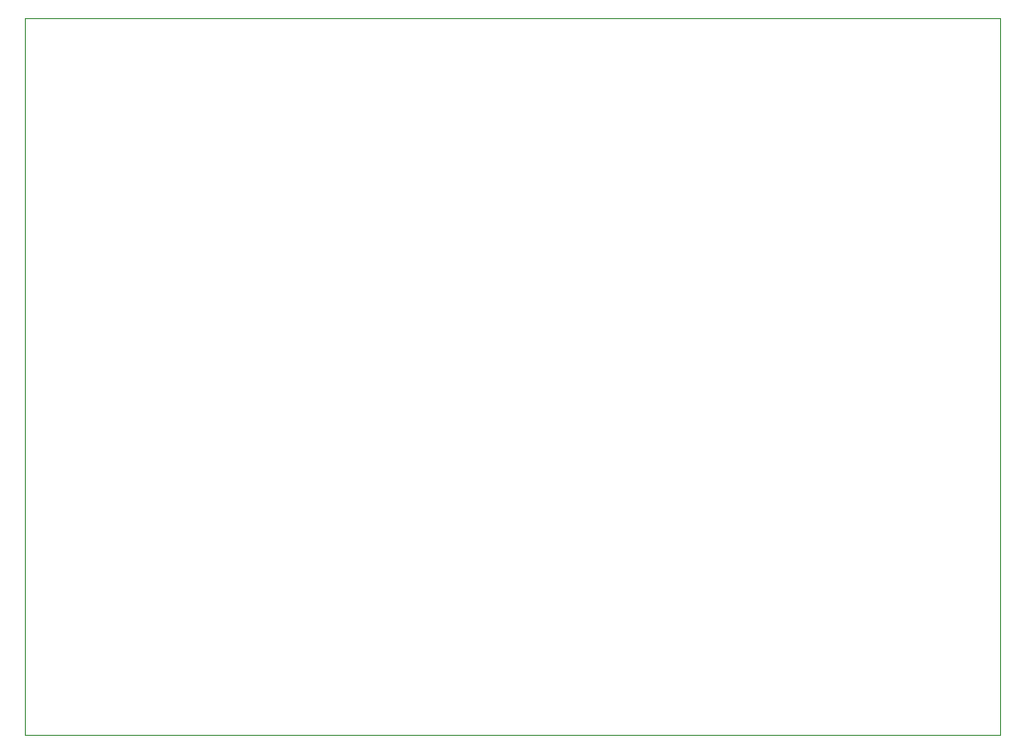
<source format=gm1>
G04 #@! TF.GenerationSoftware,KiCad,Pcbnew,(5.1.5)-3*
G04 #@! TF.CreationDate,2020-07-10T17:57:17-06:00*
G04 #@! TF.ProjectId,CounterProject,436f756e-7465-4725-9072-6f6a6563742e,rev?*
G04 #@! TF.SameCoordinates,Original*
G04 #@! TF.FileFunction,Profile,NP*
%FSLAX46Y46*%
G04 Gerber Fmt 4.6, Leading zero omitted, Abs format (unit mm)*
G04 Created by KiCad (PCBNEW (5.1.5)-3) date 2020-07-10 17:57:17*
%MOMM*%
%LPD*%
G04 APERTURE LIST*
%ADD10C,0.050000*%
G04 APERTURE END LIST*
D10*
X147320000Y-151130000D02*
X60960000Y-151130000D01*
X147320000Y-87630000D02*
X147320000Y-151130000D01*
X60960000Y-87630000D02*
X147320000Y-87630000D01*
X60960000Y-151130000D02*
X60960000Y-87630000D01*
M02*

</source>
